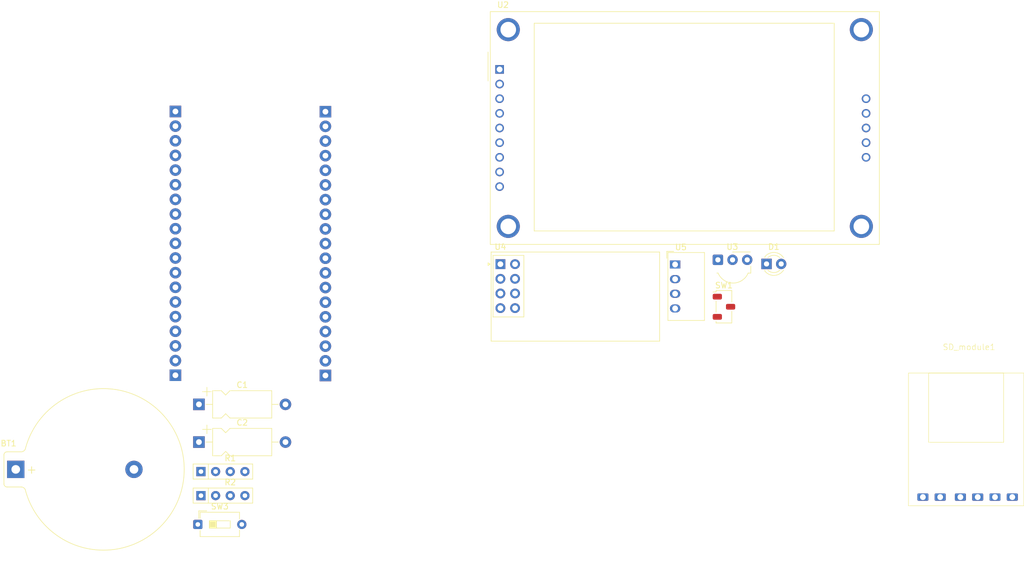
<source format=kicad_pcb>
(kicad_pcb (version 20241229) (generator "pcbnew") (generator_version "9.0")
  (layers (0 "F.Cu" signal) (2 "B.Cu" signal) (13 "F.Paste" user) (15 "B.Paste" user) (5 "F.SilkS" user "F.Silkscreen") (7 "B.SilkS" user "B.Silkscreen") (1 "F.Mask" user) (3 "B.Mask" user) (25 "Edge.Cuts" user))
  (net 0 "")
  (net 1 "GND")
  (net 2 "Net-(D1-A)")
  (net 3 "Net-(SW1-B)")
  (net 5 "Net-(SW1-A)")
  (net 6 "Net-(U1-GPIO15)")
  (net 7 "Net-(U1-GPIO2)")
  (net 8 "Net-(U1-GPIO21)")
  (net 10 "Net-(U1-GPIO12)")
  (net 11 "3v3")
  (net 12 "Net-(U1-GPIO13)")
  (net 17 "Net-(U1-EN)")
  (net 19 "Net-(U1-GPIO14)")
  (net 20 "Net-(U3-OUT)")
  (net 21 "Net-(SD_module1-MISO)")
  (net 22 "Net-(SD_module1-MOSI)")
  (net 24 "Net-(J2-Pin_4)")
  (net 26 "Net-(SD_module1-SCK)")
  (net 27 "Net-(J2-Pin_3)")
  (net 28 "Net-(Charging_module1-out-)")
  (net 29 "Net-(Charging_module1-out+)")
  (net 30 "Net-(U1-5V)")
  (net 31 "Net-(BT1--)")
  (net 32 "Net-(BT1-+)")
  (net 35 "Net-(SD_module1-CS)")
  (net 36 "Net-(J1-Pin_3)")
  (net 39 "Net-(U1-GPIO33)")
  (net 41 "Net-(U1-GPI36)")
  (net 43 "Net-(U1-GPI39)")
  (net 44 "Net-(U1-GPIO25)")
  (net 46 "Net-(U1-GPIO32)")
  (net 50 "Net-(J1-Pin_2)")
  (footprint "LED_THT:LED_D3.0mm_IRBlack" (layer "F.Cu") (at 136.727 65.756)
    (property "Reference" "D1" (at 1.27 -2.96 0) (layer "F.SilkS"))
    (property "Value" "IR204A")
    (fp_line (start -0.29 -1.236) (end -0.29 -1.08) (stroke (width 0.12)) (layer "F.SilkS"))
    (fp_line (start -0.29 1.08) (end -0.29 1.236) (stroke (width 0.12)) (layer "F.SilkS"))
    (fp_arc (start -0.29 -1.235516) (mid 1.365624 -1.987701) (end 2.941397 -1.080061) (stroke (width 0.12)) (layer "F.SilkS"))
    (fp_arc (start 0.229039 -1.08) (mid 1.269964 -1.5) (end 2.31091 -1.080049) (stroke (width 0.12)) (layer "F.SilkS"))
    (fp_arc (start 2.31091 1.080049) (mid 1.269964 1.5) (end 0.229039 1.08) (stroke (width 0.12)) (layer "F.SilkS"))
    (fp_arc (start 2.941397 1.080061) (mid 1.365624 1.987701) (end -0.29 1.235516) (stroke (width 0.12)) (layer "F.SilkS"))
    (pad "1" thru_hole rect (at 0 0) (size 1.8 1.8) (drill 0.9) (layers "*.Cu" "*.Mask") (net 1 "GND"))
    (pad "2" thru_hole circle (at 2.54 0) (size 1.8 1.8) (drill 0.9) (layers "*.Cu" "*.Mask") (net 2 "Net-(D1-A)"))
  )
  (footprint "Resistor_THT:R_Array_SIP4" (layer "F.Cu") (at 38.693 105.915)
    (property "Reference" "R2" (at 5.08 -2.31 0) (layer "F.SilkS"))
    (property "Value" "R")
    (fp_line (start -1.35 -1.31) (end -1.35 1.31) (stroke (width 0.12)) (layer "F.SilkS"))
    (fp_line (start -1.35 1.31) (end 8.97 1.31) (stroke (width 0.12)) (layer "F.SilkS"))
    (fp_line (start 1.27 -1.31) (end 1.27 1.31) (stroke (width 0.12)) (layer "F.SilkS"))
    (fp_line (start 8.97 -1.31) (end -1.35 -1.31) (stroke (width 0.12)) (layer "F.SilkS"))
    (fp_line (start 8.97 1.31) (end 8.97 -1.31) (stroke (width 0.12)) (layer "F.SilkS"))
    (pad "1" thru_hole rect (at 0 0) (size 1.6 1.6) (drill 0.8) (layers "*.Cu" "*.Mask") (net 11 "3v3"))
    (pad "2" thru_hole circle (at 2.54 0) (size 1.6 1.6) (drill 0.8) (layers "*.Cu" "*.Mask") (net 27 "Net-(J2-Pin_3)"))
    (pad "3" thru_hole circle (at 5.08 0) (size 1.6 1.6) (drill 0.8) (layers "*.Cu" "*.Mask"))
    (pad "4" thru_hole circle (at 7.62 0) (size 1.6 1.6) (drill 0.8) (layers "*.Cu" "*.Mask"))
  )
  (footprint "Capacitor_THT:CP_Axial_L10.0mm_D4.5mm_P15.00mm_Horizontal" (layer "F.Cu") (at 38.343 90.1)
    (property "Reference" "C1" (at 7.5 -3.37 0) (layer "F.SilkS"))
    (property "Value" "C")
    (fp_line (start 0.63 -2.2) (end 2.13 -2.2) (stroke (width 0.12)) (layer "F.SilkS"))
    (fp_line (start 1.24 0) (end 2.38 0) (stroke (width 0.12)) (layer "F.SilkS"))
    (fp_line (start 1.38 -2.95) (end 1.38 -1.45) (stroke (width 0.12)) (layer "F.SilkS"))
    (fp_line (start 2.38 -2.37) (end 2.38 2.37) (stroke (width 0.12)) (layer "F.SilkS"))
    (fp_line (start 2.38 -2.37) (end 3.88 -2.37) (stroke (width 0.12)) (layer "F.SilkS"))
    (fp_line (start 2.38 2.37) (end 3.88 2.37) (stroke (width 0.12)) (layer "F.SilkS"))
    (fp_line (start 3.88 -2.37) (end 4.63 -1.62) (stroke (width 0.12)) (layer "F.SilkS"))
    (fp_line (start 3.88 2.37) (end 4.63 1.62) (stroke (width 0.12)) (layer "F.SilkS"))
    (fp_line (start 4.63 -1.62) (end 5.38 -2.37) (stroke (width 0.12)) (layer "F.SilkS"))
    (fp_line (start 4.63 1.62) (end 5.38 2.37) (stroke (width 0.12)) (layer "F.SilkS"))
    (fp_line (start 5.38 -2.37) (end 12.62 -2.37) (stroke (width 0.12)) (layer "F.SilkS"))
    (fp_line (start 5.38 2.37) (end 12.62 2.37) (stroke (width 0.12)) (layer "F.SilkS"))
    (fp_line (start 12.62 -2.37) (end 12.62 2.37) (stroke (width 0.12)) (layer "F.SilkS"))
    (fp_line (start 13.76 0) (end 12.62 0) (stroke (width 0.12)) (layer "F.SilkS"))
    (pad "1" thru_hole rect (at 0 0) (size 2 2) (drill 1) (layers "*.Cu" "*.Mask") (net 11 "3v3"))
    (pad "2" thru_hole circle (at 15 0) (size 2 2) (drill 1) (layers "*.Cu" "*.Mask") (net 1 "GND"))
  )
  (footprint "OptoDevice:Vishay_MOLD-3Pin" (layer "F.Cu") (at 128.297 65.046)
    (property "Reference" "U3" (at 2.5 -2.25 180) (layer "F.SilkS"))
    (property "Value" "TSDP341xx")
    (fp_line (start 0.04 2.3) (end -0.18 2.3) (stroke (width 0.12)) (layer "F.SilkS"))
    (fp_line (start 5.62 -1.36) (end 2.54 -1.36) (stroke (width 0.12)) (layer "F.SilkS"))
    (fp_line (start 5.7 2.3) (end 5.24 2.3) (stroke (width 0.12)) (layer "F.SilkS"))
    (fp_line (start 5.7 2.3) (end 5.7 1.1) (stroke (width 0.12)) (layer "F.SilkS"))
    (fp_arc (start 5.24 2.3) (mid 2.64 4.023119) (end 0.04 2.3) (stroke (width 0.12)) (layer "F.SilkS"))
    (pad "1" thru_hole roundrect (at 0 0) (size 1.8 1.8) (drill 0.9) (layers "*.Cu" "*.Mask") (roundrect_rratio 0.138) (net 20 "Net-(U3-OUT)"))
    (pad "2" thru_hole circle (at 2.54 0) (size 1.8 1.8) (drill 0.9) (layers "*.Cu" "*.Mask") (net 1 "GND"))
    (pad "3" thru_hole circle (at 5.08 0) (size 1.8 1.8) (drill 0.9) (layers "*.Cu" "*.Mask") (net 11 "3v3"))
  )
  (footprint "Battery:BatteryHolder_Keystone_106_1x20mm" (layer "F.Cu") (at 6.593 101.36958)
    (property "Reference" "BT1" (at -1.25 -4.5 0) (layer "F.SilkS"))
    (property "Value" "Battery")
    (fp_line (start -2.05 -2.5) (end -2.05 2.5) (stroke (width 0.12)) (layer "F.SilkS"))
    (fp_line (start -1.5 3.05) (end 0.95 3.05) (stroke (width 0.12)) (layer "F.SilkS"))
    (fp_line (start 0.95 -3.05) (end -1.5 -3.05) (stroke (width 0.12)) (layer "F.SilkS"))
    (fp_arc (start -2.05 -2.5) (mid -1.888909 -2.888909) (end -1.5 -3.05) (stroke (width 0.12)) (layer "F.SilkS"))
    (fp_arc (start -1.5 3.05) (mid -1.888909 2.888909) (end -2.05 2.5) (stroke (width 0.12)) (layer "F.SilkS"))
    (fp_arc (start 0.95 3.05) (mid 1.371574 3.1784) (end 1.65 3.52) (stroke (width 0.12)) (layer "F.SilkS"))
    (fp_arc (start 1.65 -3.52) (mid 1.371575 -3.1784) (end 0.95 -3.05) (stroke (width 0.12)) (layer "F.SilkS"))
    (fp_arc (start 1.65 -3.52) (mid 16.974433 -13.886953) (end 29.2 0) (stroke (width 0.12)) (layer "F.SilkS"))
    (fp_arc (start 29.2 0) (mid 16.974433 13.886954) (end 1.65 3.52) (stroke (width 0.12)) (layer "F.SilkS"))
    (fp_text user "+" (at 2.75 0 0) (layer "F.SilkS") (effects (font (size 1.5 1.5))))
    (pad "1" thru_hole rect (at 0 0) (size 3 3) (drill 1.5) (layers "*.Cu" "*.Mask") (net 32 "Net-(BT1-+)"))
    (pad "2" thru_hole circle (at 20.49 0) (size 3 3) (drill 1.5) (layers "*.Cu" "*.Mask") (net 31 "Net-(BT1--)"))
  )
  (footprint "RF_Module:nRF24L01_Breakout" (layer "F.Cu") (at 90.598 65.796)
    (property "Reference" "U4" (at 0 -3 0) (layer "F.SilkS"))
    (property "Value" "NRF24L01_Breakout")
    (fp_line (start -1.6 -2.1) (end -1.6 -2.1) (stroke (width 0.12)) (layer "F.SilkS"))
    (fp_line (start -1.6 -2.1) (end 27.6 -2.1) (stroke (width 0.12)) (layer "F.SilkS"))
    (fp_line (start -1.6 13.35) (end -1.6 -2.1) (stroke (width 0.12)) (layer "F.SilkS"))
    (fp_line (start -1.27 -1.524) (end -1.27 -1.524) (stroke (width 0.12)) (layer "F.SilkS"))
    (fp_line (start -1.27 -1.524) (end 4.064 -1.524) (stroke (width 0.12)) (layer "F.SilkS"))
    (fp_line (start -1.27 9.144) (end -1.27 -1.524) (stroke (width 0.12)) (layer "F.SilkS"))
    (fp_line (start -1.27 9.144) (end -1.27 9.144) (stroke (width 0.12)) (layer "F.SilkS"))
    (fp_line (start 4.064 -1.524) (end 4.064 9.144) (stroke (width 0.12)) (layer "F.SilkS"))
    (fp_line (start 4.064 9.144) (end -1.27 9.144) (stroke (width 0.12)) (layer "F.SilkS"))
    (fp_line (start 27.6 -2.1) (end 27.6 13.35) (stroke (width 0.12)) (layer "F.SilkS"))
    (fp_line (start 27.6 13.35) (end -1.6 13.35) (stroke (width 0.12)) (layer "F.SilkS"))
    (fp_poly (pts (xy -1.8 0) (xy -2.136 0.24) (xy -2.136 -0.24) (xy -1.8 0)) (stroke (width 0.12)) (fill yes) (layer "F.SilkS"))
    (pad "1" thru_hole rect (at 0 0) (size 1.7 1.7) (drill 1) (layers "*.Cu" "*.Mask"))
    (pad "2" thru_hole circle (at 2.54 0) (size 1.7 1.7) (drill 1) (layers "*.Cu" "*.Mask") (net 11 "3v3"))
    (pad "3" thru_hole circle (at 0 2.54) (size 1.7 1.7) (drill 1) (layers "*.Cu" "*.Mask") (net 24 "Net-(J2-Pin_4)"))
    (pad "4" thru_hole circle (at 2.54 2.54) (size 1.7 1.7) (drill 1) (layers "*.Cu" "*.Mask") (net 27 "Net-(J2-Pin_3)"))
    (pad "5" thru_hole circle (at 0 5.08) (size 1.7 1.7) (drill 1) (layers "*.Cu" "*.Mask") (net 26 "Net-(SD_module1-SCK)"))
    (pad "6" thru_hole circle (at 2.54 5.08) (size 1.7 1.7) (drill 1) (layers "*.Cu" "*.Mask") (net 22 "Net-(SD_module1-MOSI)"))
    (pad "7" thru_hole circle (at 0 7.62) (size 1.7 1.7) (drill 1) (layers "*.Cu" "*.Mask") (net 21 "Net-(SD_module1-MISO)"))
    (pad "8" thru_hole circle (at 2.54 7.62) (size 1.7 1.7) (drill 1) (layers "*.Cu" "*.Mask"))
  )
  (footprint "my:SD module" (layer "F.Cu") (at 171.83 80.672)
    (property "Reference" "SD_module1" (at 0 -0.5 0) (layer "F.SilkS") (effects (font (thickness 0.1))))
    (property "Value" "~")
    (fp_rect (start -10.5 4) (end 9.5 27) (stroke (width 0.1)) (fill no) (layer "F.SilkS"))
    (fp_rect (start -7 4) (end 6 16) (stroke (width 0.1)) (fill no) (layer "F.SilkS"))
    (pad "1" thru_hole roundrect (at -8 25.5) (size 1.905 1.27) (drill 1) (layers "*.Cu" "*.Mask") (roundrect_rratio 0.15))
    (pad "2" thru_hole roundrect (at -5 25.5) (size 1.905 1.27) (drill 1) (layers "*.Cu" "*.Mask") (roundrect_rratio 0.15))
    (pad "3" thru_hole roundrect (at -1.5 25.5) (size 1.905 1.27) (drill 1) (layers "*.Cu" "*.Mask") (roundrect_rratio 0.15))
    (pad "4" thru_hole roundrect (at 1.5 25.5) (size 1.905 1.27) (drill 1) (layers "*.Cu" "*.Mask") (roundrect_rratio 0.15))
    (pad "5" thru_hole roundrect (at 4.5 25.5) (size 1.905 1.27) (drill 1) (layers "*.Cu" "*.Mask") (roundrect_rratio 0.15))
    (pad "6" thru_hole roundrect (at 7.5 25.5) (size 1.905 1.27) (drill 1) (layers "*.Cu" "*.Mask") (roundrect_rratio 0.15))
  )
  (footprint "Capacitor_THT:CP_Axial_L10.0mm_D4.5mm_P15.00mm_Horizontal" (layer "F.Cu") (at 38.343 96.635)
    (property "Reference" "C2" (at 7.5 -3.37 0) (layer "F.SilkS"))
    (property "Value" "C_Polarized")
    (fp_line (start 0.63 -2.2) (end 2.13 -2.2) (stroke (width 0.12)) (layer "F.SilkS"))
    (fp_line (start 1.24 0) (end 2.38 0) (stroke (width 0.12)) (layer "F.SilkS"))
    (fp_line (start 1.38 -2.95) (end 1.38 -1.45) (stroke (width 0.12)) (layer "F.SilkS"))
    (fp_line (start 2.38 -2.37) (end 2.38 2.37) (stroke (width 0.12)) (layer "F.SilkS"))
    (fp_line (start 2.38 -2.37) (end 3.88 -2.37) (stroke (width 0.12)) (layer "F.SilkS"))
    (fp_line (start 2.38 2.37) (end 3.88 2.37) (stroke (width 0.12)) (layer "F.SilkS"))
    (fp_line (start 3.88 -2.37) (end 4.63 -1.62) (stroke (width 0.12)) (layer "F.SilkS"))
    (fp_line (start 3.88 2.37) (end 4.63 1.62) (stroke (width 0.12)) (layer "F.SilkS"))
    (fp_line (start 4.63 -1.62) (end 5.38 -2.37) (stroke (width 0.12)) (layer "F.SilkS"))
    (fp_line (start 4.63 1.62) (end 5.38 2.37) (stroke (width 0.12)) (layer "F.SilkS"))
    (fp_line (start 5.38 -2.37) (end 12.62 -2.37) (stroke (width 0.12)) (layer "F.SilkS"))
    (fp_line (start 5.38 2.37) (end 12.62 2.37) (stroke (width 0.12)) (layer "F.SilkS"))
    (fp_line (start 12.62 -2.37) (end 12.62 2.37) (stroke (width 0.12)) (layer "F.SilkS"))
    (fp_line (start 13.76 0) (end 12.62 0) (stroke (width 0.12)) (layer "F.SilkS"))
    (pad "1" thru_hole rect (at 0 0) (size 2 2) (drill 1) (layers "*.Cu" "*.Mask") (net 11 "3v3"))
    (pad "2" thru_hole circle (at 15 0) (size 2 2) (drill 1) (layers "*.Cu" "*.Mask") (net 1 "GND"))
  )
  (footprint "gg:ESP32-38pin" (layer "F.Cu") (at 48.768 62.23)
    (property "Reference" "U1" (hide yes))
    (property "Value" "~")
    (pad "1" thru_hole rect (at 11.5 -22.86) (size 2 2) (drill 1) (layers "*.Cu" "*.Mask") (net 11 "3v3"))
    (pad "2" thru_hole circle (at 11.5 -20.32) (size 2 2) (drill 1) (layers "*.Cu" "*.Mask") (net 17 "Net-(U1-EN)"))
    (pad "3" thru_hole circle (at 11.5 -17.78) (size 2 2) (drill 1) (layers "*.Cu" "*.Mask") (net 41 "Net-(U1-GPI36)"))
    (pad "4" thru_hole circle (at 11.5 -15.24) (size 2 2) (drill 1) (layers "*.Cu" "*.Mask") (net 43 "Net-(U1-GPI39)"))
    (pad "5" thru_hole circle (at 11.5 -12.7) (size 2 2) (drill 1) (layers "*.Cu" "*.Mask"))
    (pad "6" thru_hole circle (at 11.5 -10.16) (size 2 2) (drill 1) (layers "*.Cu" "*.Mask"))
    (pad "7" thru_hole circle (at 11.5 -7.62) (size 2 2) (drill 1) (layers "*.Cu" "*.Mask") (net 46 "Net-(U1-GPIO32)"))
    (pad "8" thru_hole circle (at 11.5 -5.08) (size 2 2) (drill 1) (layers "*.Cu" "*.Mask") (net 39 "Net-(U1-GPIO33)"))
    (pad "9" thru_hole circle (at 11.5 -2.54) (size 2 2) (drill 1) (layers "*.Cu" "*.Mask") (net 44 "Net-(U1-GPIO25)"))
    (pad "10" thru_hole circle (at 11.5 0) (size 2 2) (drill 1) (layers "*.Cu" "*.Mask"))
    (pad "11" thru_hole circle (at 11.5 2.54) (size 2 2) (drill 1) (layers "*.Cu" "*.Mask") (net 27 "Net-(J2-Pin_3)"))
    (pad "12" thru_hole circle (at 11.5 5.08) (size 2 2) (drill 1) (layers "*.Cu" "*.Mask") (net 19 "Net-(U1-GPIO14)"))
    (pad "13" thru_hole circle (at 11.5 7.62) (size 2 2) (drill 1) (layers "*.Cu" "*.Mask") (net 10 "Net-(U1-GPIO12)"))
    (pad "14" thru_hole circle (at 11.5 10.16) (size 2 2) (drill 1) (layers "*.Cu" "*.Mask") (net 3 "Net-(SW1-B)"))
    (pad "15" thru_hole circle (at 11.5 12.7) (size 2 2) (drill 1) (layers "*.Cu" "*.Mask") (net 12 "Net-(U1-GPIO13)"))
    (pad "16" thru_hole circle (at 11.5 15.24) (size 2 2) (drill 1) (layers "*.Cu" "*.Mask"))
    (pad "17" thru_hole circle (at 11.5 17.78) (size 2 2) (drill 1) (layers "*.Cu" "*.Mask"))
    (pad "18" thru_hole circle (at 11.5 20.32) (size 2 2) (drill 1) (layers "*.Cu" "*.Mask"))
    (pad "19" thru_hole rect (at 11.5 22.86) (size 2 2) (drill 1) (layers "*.Cu" "*.Mask") (net 30 "Net-(U1-5V)"))
    (pad "20" thru_hole rect (at -14.5 -22.9) (size 2 2) (drill 1) (layers "*.Cu" "*.Mask"))
    (pad "21" thru_hole circle (at -14.5 -20.36) (size 2 2) (drill 1) (layers "*.Cu" "*.Mask"))
    (pad "22" thru_hole circle (at -14.5 -17.82) (size 2 2) (drill 1) (layers "*.Cu" "*.Mask"))
    (pad "23" thru_hole circle (at -14.5 -15.28) (size 2 2) (drill 1) (layers "*.Cu" "*.Mask") (net 6 "Net-(U1-GPIO15)"))
    (pad "24" thru_hole circle (at -14.5 -12.74) (size 2 2) (drill 1) (layers "*.Cu" "*.Mask") (net 7 "Net-(U1-GPIO2)"))
    (pad "25" thru_hole circle (at -14.5 -10.2) (size 2 2) (drill 1) (layers "*.Cu" "*.Mask"))
    (pad "26" thru_hole circle (at -14.5 -7.66) (size 2 2) (drill 1) (layers "*.Cu" "*.Mask"))
    (pad "27" thru_hole circle (at -14.5 -5.12) (size 2 2) (drill 1) (layers "*.Cu" "*.Mask"))
    (pad "28" thru_hole circle (at -14.5 -2.58) (size 2 2) (drill 1) (layers "*.Cu" "*.Mask"))
    (pad "29" thru_hole circle (at -14.5 -0.04) (size 2 2) (drill 1) (layers "*.Cu" "*.Mask") (net 35 "Net-(SD_module1-CS)"))
    (pad "30" thru_hole circle (at -14.5 2.5) (size 2 2) (drill 1) (layers "*.Cu" "*.Mask") (net 26 "Net-(SD_module1-SCK)"))
    (pad "31" thru_hole circle (at -14.5 5.04) (size 2 2) (drill 1) (layers "*.Cu" "*.Mask") (net 21 "Net-(SD_module1-MISO)"))
    (pad "32" thru_hole circle (at -14.5 7.58) (size 2 2) (drill 1) (layers "*.Cu" "*.Mask") (net 1 "GND"))
    (pad "33" thru_hole circle (at -14.5 10.12) (size 2 2) (drill 1) (layers "*.Cu" "*.Mask") (net 8 "Net-(U1-GPIO21)"))
    (pad "34" thru_hole circle (at -14.5 12.66) (size 2 2) (drill 1) (layers "*.Cu" "*.Mask") (net 50 "Net-(J1-Pin_2)"))
    (pad "35" thru_hole circle (at -14.5 15.2) (size 2 2) (drill 1) (layers "*.Cu" "*.Mask") (net 36 "Net-(J1-Pin_3)"))
    (pad "36" thru_hole circle (at -14.5 17.74) (size 2 2) (drill 1) (layers "*.Cu" "*.Mask") (net 24 "Net-(J2-Pin_4)"))
    (pad "37" thru_hole circle (at -14.5 20.28) (size 2 2) (drill 1) (layers "*.Cu" "*.Mask") (net 22 "Net-(SD_module1-MOSI)"))
    (pad "38" thru_hole rect (at -14.5 22.82) (size 2 2) (drill 1) (layers "*.Cu" "*.Mask") (net 1 "GND"))
  )
  (footprint "Button_Switch_THT:SW_DIP_SPSTx01_Slide_6.7x4.1mm_W7.62mm_P2.54mm_LowProfile" (layer "F.Cu") (at 38.153 110.91)
    (property "Reference" "SW3" (at 3.81 -3.11 0) (layer "F.SilkS"))
    (property "Value" "SW_DIP_x02")
    (fp_line (start 0.16 -2.35) (end 0.16 -1.04) (stroke (width 0.12)) (layer "F.SilkS"))
    (fp_line (start 0.16 -2.35) (end 1.543 -2.35) (stroke (width 0.12)) (layer "F.SilkS"))
    (fp_line (start 0.4 -2.11) (end 0.4 -1.04) (stroke (width 0.12)) (layer "F.SilkS"))
    (fp_line (start 0.4 -2.11) (end 7.22 -2.11) (stroke (width 0.12)) (layer "F.SilkS"))
    (fp_line (start 0.4 1.04) (end 0.4 2.11) (stroke (width 0.12)) (layer "F.SilkS"))
    (fp_line (start 0.4 2.11) (end 7.22 2.11) (stroke (width 0.12)) (layer "F.SilkS"))
    (fp_line (start 3.206667 -0.635) (end 3.206667 0.635) (stroke (width 0.12)) (layer "F.SilkS"))
    (fp_line (start 7.22 -2.11) (end 7.22 -0.96) (stroke (width 0.12)) (layer "F.SilkS"))
    (fp_line (start 7.22 0.96) (end 7.22 2.11) (stroke (width 0.12)) (layer "F.SilkS"))
    (fp_rect (start 2 -0.635) (end 3.206667 0.635) (stroke (width 0.12)) (fill yes) (layer "F.SilkS"))
    (fp_rect (start 2 -0.635) (end 5.62 0.635) (stroke (width 0.12)) (fill no) (layer "F.SilkS"))
    (pad "1" thru_hole roundrect (at 0 0) (size 1.6 1.6) (drill 0.8) (layers "*.Cu" "*.Mask") (roundrect_rratio 0.15625) (net 20 "Net-(U3-OUT)"))
    (pad "2" thru_hole circle (at 7.62 0) (size 1.6 1.6) (drill 0.8) (layers "*.Cu" "*.Mask") (net 2 "Net-(D1-A)"))
  )
  (footprint "Resistor_THT:R_Array_SIP4" (layer "F.Cu") (at 38.693 101.745)
    (property "Reference" "R1" (at 5.08 -2.31 0) (layer "F.SilkS"))
    (property "Value" "R")
    (fp_line (start -1.35 -1.31) (end -1.35 1.31) (stroke (width 0.12)) (layer "F.SilkS"))
    (fp_line (start -1.35 1.31) (end 8.97 1.31) (stroke (width 0.12)) (layer "F.SilkS"))
    (fp_line (start 1.27 -1.31) (end 1.27 1.31) (stroke (width 0.12)) (layer "F.SilkS"))
    (fp_line (start 8.97 -1.31) (end -1.35 -1.31) (stroke (width 0.12)) (layer "F.SilkS"))
    (fp_line (start 8.97 1.31) (end 8.97 -1.31) (stroke (width 0.12)) (layer "F.SilkS"))
    (pad "1" thru_hole rect (at 0 0) (size 1.6 1.6) (drill 0.8) (layers "*.Cu" "*.Mask") (net 11 "3v3"))
    (pad "2" thru_hole circle (at 2.54 0) (size 1.6 1.6) (drill 0.8) (layers "*.Cu" "*.Mask") (net 20 "Net-(U3-OUT)"))
    (pad "3" thru_hole circle (at 5.08 0) (size 1.6 1.6) (drill 0.8) (layers "*.Cu" "*.Mask"))
    (pad "4" thru_hole circle (at 7.62 0) (size 1.6 1.6) (drill 0.8) (layers "*.Cu" "*.Mask"))
  )
  (footprint "Converter_DCDC:Converter_DCDC_Murata_CRE1xxxxxx3C_THT" (layer "F.Cu") (at 120.882 65.851)
    (property "Reference" "U5" (at 1 -3 0) (layer "F.SilkS"))
    (property "Value" "CRE1S0305S3C")
    (fp_line (start -1.45 -2.27) (end -1.45 -1.07) (stroke (width 0.12)) (layer "F.SilkS"))
    (fp_line (start -1.25 -2.07) (end -1.25 9.7) (stroke (width 0.12)) (layer "F.SilkS"))
    (fp_line (start -0.25 -2.27) (end -1.45 -2.27) (stroke (width 0.12)) (layer "F.SilkS"))
    (fp_line (start 5.09 -2.07) (end -1.25 -2.07) (stroke (width 0.12)) (layer "F.SilkS"))
    (fp_line (start 5.09 -2.07) (end 5.09 9.7) (stroke (width 0.12)) (layer "F.SilkS"))
    (fp_line (start 5.09 9.7) (end -1.25 9.7) (stroke (width 0.12)) (layer "F.SilkS"))
    (pad "1" thru_hole rect (at 0 0 270) (size 1.4 1.8) (drill 1) (layers "*.Cu" "*.Mask") (net 28 "Net-(Charging_module1-out-)"))
    (pad "2" thru_hole oval (at 0 2.54 270) (size 1.4 1.8) (drill 1) (layers "*.Cu" "*.Mask") (net 29 "Net-(Charging_module1-out+)"))
    (pad "3" thru_hole oval (at 0 5.08 270) (size 1.4 1.8) (drill 1) (layers "*.Cu" "*.Mask") (net 5 "Net-(SW1-A)"))
    (pad "4" thru_hole oval (at 0 7.62 270) (size 1.4 1.8) (drill 1) (layers "*.Cu" "*.Mask") (net 30 "Net-(U1-5V)"))
  )
  (footprint "Display:CR2013-MI2120" (layer "F.Cu") (at 90.462 32.036)
    (property "Reference" "U2" (at 0.59 -11.18 0) (layer "F.SilkS"))
    (property "Value" "CR2013-MI2120")
    (fp_line (start -2 -3) (end -2 2) (stroke (width 0.12)) (layer "F.SilkS"))
    (fp_line (start -1.62 -10.01) (end 65.82 -10.01) (stroke (width 0.12)) (layer "F.SilkS"))
    (fp_line (start -1.62 30.33) (end -1.62 -10.01) (stroke (width 0.12)) (layer "F.SilkS"))
    (fp_line (start 6 -8) (end 58 -8) (stroke (width 0.12)) (layer "F.SilkS"))
    (fp_line (start 6 28) (end 6 -8) (stroke (width 0.12)) (layer "F.SilkS"))
    (fp_line (start 58 -8) (end 58 28) (stroke (width 0.12)) (layer "F.SilkS"))
    (fp_line (start 58 28) (end 6 28) (stroke (width 0.12)) (layer "F.SilkS"))
    (fp_line (start 65.82 -10.01) (end 65.82 30.33) (stroke (width 0.12)) (layer "F.SilkS"))
    (fp_line (start 65.82 30.33) (end -1.62 30.33) (stroke (width 0.12)) (layer "F.SilkS"))
    (pad "" thru_hole circle (at 1.5 -6.89) (size 4 4) (drill 2.7) (layers "*.Cu" "*.Mask"))
    (pad "" thru_hole circle (at 1.5 27.21) (size 4 4) (drill 2.7) (layers "*.Cu" "*.Mask"))
    (pad "" thru_hole circle (at 62.7 -6.89) (size 4 4) (drill 2.7) (layers "*.Cu" "*.Mask"))
    (pad "" thru_hole circle (at 62.7 27.21) (size 4 4) (drill 2.7) (layers "*.Cu" "*.Mask"))
    (pad "1" thru_hole rect (at 0 0) (size 1.5 1.5) (drill 1) (layers "*.Cu" "*.Mask") (net 11 "3v3"))
    (pad "2" thru_hole circle (at 0 2.54) (size 1.5 1.5) (drill 1) (layers "*.Cu" "*.Mask"))
    (pad "3" thru_hole circle (at 0 5.08) (size 1.5 1.5) (drill 1) (layers "*.Cu" "*.Mask") (net 6 "Net-(U1-GPIO15)"))
    (pad "4" thru_hole circle (at 0 7.62) (size 1.5 1.5) (drill 1) (layers "*.Cu" "*.Mask") (net 17 "Net-(U1-EN)"))
    (pad "5" thru_hole circle (at 0 10.16) (size 1.5 1.5) (drill 1) (layers "*.Cu" "*.Mask") (net 7 "Net-(U1-GPIO2)"))
    (pad "6" thru_hole circle (at 0 12.7) (size 1.5 1.5) (drill 1) (layers "*.Cu" "*.Mask") (net 12 "Net-(U1-GPIO13)"))
    (pad "7" thru_hole circle (at 0 15.24) (size 1.5 1.5) (drill 1) (layers "*.Cu" "*.Mask") (net 19 "Net-(U1-GPIO14)"))
    (pad "8" thru_hole circle (at 0 17.78) (size 1.5 1.5) (drill 1) (layers "*.Cu" "*.Mask") (net 8 "Net-(U1-GPIO21)"))
    (pad "9" thru_hole circle (at 0 20.32) (size 1.5 1.5) (drill 1) (layers "*.Cu" "*.Mask") (net 10 "Net-(U1-GPIO12)"))
    (pad "10" thru_hole circle (at 63.52 5.08) (size 1.5 1.5) (drill 1) (layers "*.Cu" "*.Mask"))
    (pad "11" thru_hole circle (at 63.52 7.62) (size 1.5 1.5) (drill 1) (layers "*.Cu" "*.Mask"))
    (pad "12" thru_hole circle (at 63.52 10.16) (size 1.5 1.5) (drill 1) (layers "*.Cu" "*.Mask"))
    (pad "13" thru_hole circle (at 63.52 12.7) (size 1.5 1.5) (drill 1) (layers "*.Cu" "*.Mask"))
    (pad "14" thru_hole circle (at 63.52 15.24) (size 1.5 1.5) (drill 1) (layers "*.Cu" "*.Mask"))
  )
  (footprint "Button_Switch_SMD:Nidec_Copal_CAS-120A" (layer "F.Cu") (at 129.347 73.176)
    (property "Reference" "SW1" (at 0 -3.7 0) (layer "F.SilkS"))
    (property "Value" "SW_Nidec_CAS-120A1")
    (fp_line (start -1.36 -2.81) (end 1.36 -2.81) (stroke (width 0.12)) (layer "F.SilkS"))
    (fp_line (start -1.36 -2.55) (end -1.9 -2.55) (stroke (width 0.12)) (layer "F.SilkS"))
    (fp_line (start -1.36 -2.55) (end -1.36 -2.8) (stroke (width 0.12)) (layer "F.SilkS"))
    (fp_line (start -1.36 -0.98) (end -1.36 0.98) (stroke (width 0.12)) (layer "F.SilkS"))
    (fp_line (start -1.36 2.81) (end -1.36 2.55) (stroke (width 0.12)) (layer "F.SilkS"))
    (fp_line (start 1.35 2.81) (end -1.35 2.81) (stroke (width 0.12)) (layer "F.SilkS"))
    (fp_line (start 1.36 -2.81) (end 1.36 -0.8) (stroke (width 0.12)) (layer "F.SilkS"))
    (fp_line (start 1.36 0.8) (end 1.36 2.81) (stroke (width 0.12)) (layer "F.SilkS"))
    (pad "1" smd roundrect (at -1.15 -1.75 270) (size 1 1.6) (layers "F.Cu" "F.Mask" "F.Paste"))
    (pad "2" smd roundrect (at 1.15 0 270) (size 1 1.6) (layers "F.Cu" "F.Mask" "F.Paste") (net 3 "Net-(SW1-B)"))
    (pad "3" smd roundrect (at -1.15 1.75 270) (size 1 1.6) (layers "F.Cu" "F.Mask" "F.Paste") (net 5 "Net-(SW1-A)"))
  )
)
</source>
